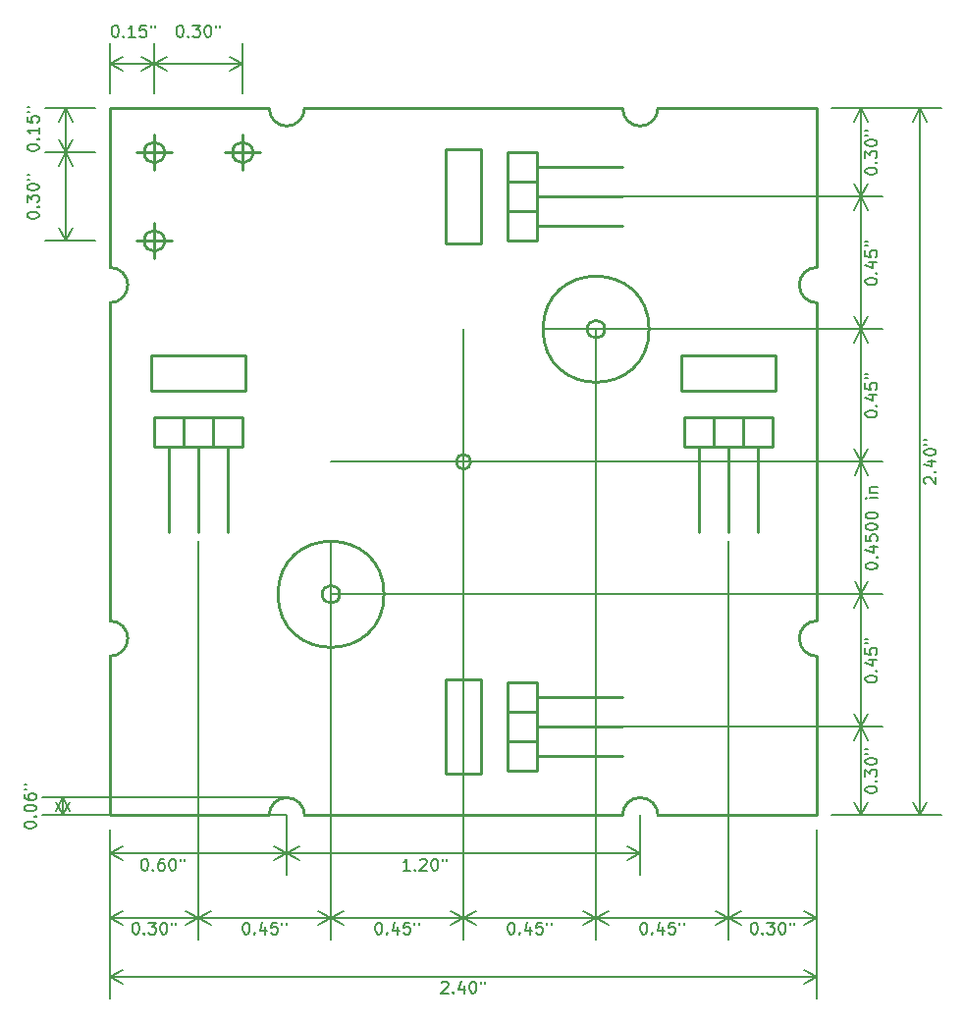
<source format=gbr>
G04 #@! TF.FileFunction,Drawing*
%FSLAX46Y46*%
G04 Gerber Fmt 4.6, Leading zero omitted, Abs format (unit mm)*
G04 Created by KiCad (PCBNEW 4.0.2-4+6225~38~ubuntu15.04.1-stable) date Wed Feb 24 14:52:56 2016*
%MOMM*%
G01*
G04 APERTURE LIST*
%ADD10C,0.254000*%
%ADD11C,0.203200*%
G04 APERTURE END LIST*
D10*
X31115000Y30480000D02*
G75*
G03X31115000Y30480000I-635000J0D01*
G01*
D11*
X25871714Y-4777619D02*
X25291143Y-4777619D01*
X25581429Y-4777619D02*
X25581429Y-3761619D01*
X25484667Y-3906762D01*
X25387905Y-4003524D01*
X25291143Y-4051905D01*
X26307143Y-4680857D02*
X26355524Y-4729238D01*
X26307143Y-4777619D01*
X26258762Y-4729238D01*
X26307143Y-4680857D01*
X26307143Y-4777619D01*
X26742572Y-3858381D02*
X26790953Y-3810000D01*
X26887715Y-3761619D01*
X27129619Y-3761619D01*
X27226381Y-3810000D01*
X27274762Y-3858381D01*
X27323143Y-3955143D01*
X27323143Y-4051905D01*
X27274762Y-4197048D01*
X26694191Y-4777619D01*
X27323143Y-4777619D01*
X27952096Y-3761619D02*
X28048857Y-3761619D01*
X28145619Y-3810000D01*
X28194000Y-3858381D01*
X28242381Y-3955143D01*
X28290762Y-4148667D01*
X28290762Y-4390571D01*
X28242381Y-4584095D01*
X28194000Y-4680857D01*
X28145619Y-4729238D01*
X28048857Y-4777619D01*
X27952096Y-4777619D01*
X27855334Y-4729238D01*
X27806953Y-4680857D01*
X27758572Y-4584095D01*
X27710191Y-4390571D01*
X27710191Y-4148667D01*
X27758572Y-3955143D01*
X27806953Y-3858381D01*
X27855334Y-3810000D01*
X27952096Y-3761619D01*
X28677810Y-3761619D02*
X28677810Y-3955143D01*
X29064857Y-3761619D02*
X29064857Y-3955143D01*
X15240000Y-3301999D02*
X45720000Y-3301999D01*
X15240000Y0D02*
X15240000Y-5130799D01*
X45720000Y0D02*
X45720000Y-5130799D01*
X45720000Y-3301999D02*
X44593496Y-3888420D01*
X45720000Y-3301999D02*
X44593496Y-2715578D01*
X15240000Y-3301999D02*
X16366504Y-3888420D01*
X15240000Y-3301999D02*
X16366504Y-2715578D01*
X2927048Y-3761619D02*
X3023809Y-3761619D01*
X3120571Y-3810000D01*
X3168952Y-3858381D01*
X3217333Y-3955143D01*
X3265714Y-4148667D01*
X3265714Y-4390571D01*
X3217333Y-4584095D01*
X3168952Y-4680857D01*
X3120571Y-4729238D01*
X3023809Y-4777619D01*
X2927048Y-4777619D01*
X2830286Y-4729238D01*
X2781905Y-4680857D01*
X2733524Y-4584095D01*
X2685143Y-4390571D01*
X2685143Y-4148667D01*
X2733524Y-3955143D01*
X2781905Y-3858381D01*
X2830286Y-3810000D01*
X2927048Y-3761619D01*
X3701143Y-4680857D02*
X3749524Y-4729238D01*
X3701143Y-4777619D01*
X3652762Y-4729238D01*
X3701143Y-4680857D01*
X3701143Y-4777619D01*
X4620381Y-3761619D02*
X4426858Y-3761619D01*
X4330096Y-3810000D01*
X4281715Y-3858381D01*
X4184953Y-4003524D01*
X4136572Y-4197048D01*
X4136572Y-4584095D01*
X4184953Y-4680857D01*
X4233334Y-4729238D01*
X4330096Y-4777619D01*
X4523619Y-4777619D01*
X4620381Y-4729238D01*
X4668762Y-4680857D01*
X4717143Y-4584095D01*
X4717143Y-4342190D01*
X4668762Y-4245429D01*
X4620381Y-4197048D01*
X4523619Y-4148667D01*
X4330096Y-4148667D01*
X4233334Y-4197048D01*
X4184953Y-4245429D01*
X4136572Y-4342190D01*
X5346096Y-3761619D02*
X5442857Y-3761619D01*
X5539619Y-3810000D01*
X5588000Y-3858381D01*
X5636381Y-3955143D01*
X5684762Y-4148667D01*
X5684762Y-4390571D01*
X5636381Y-4584095D01*
X5588000Y-4680857D01*
X5539619Y-4729238D01*
X5442857Y-4777619D01*
X5346096Y-4777619D01*
X5249334Y-4729238D01*
X5200953Y-4680857D01*
X5152572Y-4584095D01*
X5104191Y-4390571D01*
X5104191Y-4148667D01*
X5152572Y-3955143D01*
X5200953Y-3858381D01*
X5249334Y-3810000D01*
X5346096Y-3761619D01*
X6071810Y-3761619D02*
X6071810Y-3955143D01*
X6458857Y-3761619D02*
X6458857Y-3955143D01*
X0Y-3301999D02*
X15240000Y-3301999D01*
X0Y-1270000D02*
X0Y-5130799D01*
X15240000Y-1270000D02*
X15240000Y-5130799D01*
X15240000Y-3301999D02*
X14113496Y-3888420D01*
X15240000Y-3301999D02*
X14113496Y-2715578D01*
X0Y-3301999D02*
X1126504Y-3888420D01*
X0Y-3301999D02*
X1126504Y-2715578D01*
X-7414381Y-882952D02*
X-7414381Y-786191D01*
X-7366000Y-689429D01*
X-7317619Y-641048D01*
X-7220857Y-592667D01*
X-7027333Y-544286D01*
X-6785429Y-544286D01*
X-6591905Y-592667D01*
X-6495143Y-641048D01*
X-6446762Y-689429D01*
X-6398381Y-786191D01*
X-6398381Y-882952D01*
X-6446762Y-979714D01*
X-6495143Y-1028095D01*
X-6591905Y-1076476D01*
X-6785429Y-1124857D01*
X-7027333Y-1124857D01*
X-7220857Y-1076476D01*
X-7317619Y-1028095D01*
X-7366000Y-979714D01*
X-7414381Y-882952D01*
X-6495143Y-108857D02*
X-6446762Y-60476D01*
X-6398381Y-108857D01*
X-6446762Y-157238D01*
X-6495143Y-108857D01*
X-6398381Y-108857D01*
X-7414381Y568477D02*
X-7414381Y665238D01*
X-7366000Y762000D01*
X-7317619Y810381D01*
X-7220857Y858762D01*
X-7027333Y907143D01*
X-6785429Y907143D01*
X-6591905Y858762D01*
X-6495143Y810381D01*
X-6446762Y762000D01*
X-6398381Y665238D01*
X-6398381Y568477D01*
X-6446762Y471715D01*
X-6495143Y423334D01*
X-6591905Y374953D01*
X-6785429Y326572D01*
X-7027333Y326572D01*
X-7220857Y374953D01*
X-7317619Y423334D01*
X-7366000Y471715D01*
X-7414381Y568477D01*
X-7414381Y1778000D02*
X-7414381Y1584477D01*
X-7366000Y1487715D01*
X-7317619Y1439334D01*
X-7172476Y1342572D01*
X-6978952Y1294191D01*
X-6591905Y1294191D01*
X-6495143Y1342572D01*
X-6446762Y1390953D01*
X-6398381Y1487715D01*
X-6398381Y1681238D01*
X-6446762Y1778000D01*
X-6495143Y1826381D01*
X-6591905Y1874762D01*
X-6833810Y1874762D01*
X-6930571Y1826381D01*
X-6978952Y1778000D01*
X-7027333Y1681238D01*
X-7027333Y1487715D01*
X-6978952Y1390953D01*
X-6930571Y1342572D01*
X-6833810Y1294191D01*
X-7414381Y2261810D02*
X-7220857Y2261810D01*
X-7414381Y2648857D02*
X-7220857Y2648857D01*
X-4064000Y0D02*
X-4064000Y1524000D01*
X15240000Y0D02*
X-5892800Y0D01*
X15240000Y1524000D02*
X-5892800Y1524000D01*
X-4064000Y1524000D02*
X-3477579Y397496D01*
X-4064000Y1524000D02*
X-4650421Y397496D01*
X-4064000Y0D02*
X-3477579Y1126504D01*
X-4064000Y0D02*
X-4650421Y1126504D01*
D10*
X44196000Y0D02*
X16764000Y0D01*
X60960000Y0D02*
X47244000Y0D01*
X60960000Y13716000D02*
X60960000Y0D01*
X60960000Y44196000D02*
X60960000Y16764000D01*
X60960000Y60960000D02*
X60960000Y47244000D01*
X47244000Y60960000D02*
X60960000Y60960000D01*
X16764000Y60960000D02*
X44196000Y60960000D01*
X0Y60960000D02*
X13716000Y60960000D01*
X0Y47244000D02*
X0Y60960000D01*
X0Y16764000D02*
X0Y44196000D01*
X0Y0D02*
X0Y13716000D01*
X13716000Y0D02*
X0Y0D01*
X60960000Y16764000D02*
G75*
G03X59436000Y15240000I0J-1524000D01*
G01*
X59436000Y15240000D02*
G75*
G03X60960000Y13716000I1524000J0D01*
G01*
X60960000Y47244000D02*
G75*
G03X59436000Y45720000I0J-1524000D01*
G01*
X59436000Y45720000D02*
G75*
G03X60960000Y44196000I1524000J0D01*
G01*
X44196000Y60960000D02*
G75*
G03X45720000Y59436000I1524000J0D01*
G01*
X45720000Y59436000D02*
G75*
G03X47244000Y60960000I0J1524000D01*
G01*
X13716000Y60960000D02*
G75*
G03X15240000Y59436000I1524000J0D01*
G01*
X15240000Y59436000D02*
G75*
G03X16764000Y60960000I0J1524000D01*
G01*
X0Y44196000D02*
G75*
G03X1524000Y45720000I0J1524000D01*
G01*
X1524000Y45720000D02*
G75*
G03X0Y47244000I-1524000J0D01*
G01*
X0Y13716000D02*
G75*
G03X1524000Y15240000I0J1524000D01*
G01*
X1524000Y15240000D02*
G75*
G03X0Y16764000I-1524000J0D01*
G01*
X16764000Y0D02*
G75*
G03X15240000Y1524000I-1524000J0D01*
G01*
X15240000Y1524000D02*
G75*
G03X13716000Y0I0J-1524000D01*
G01*
X45720000Y1524000D02*
G75*
G03X44196000Y0I0J-1524000D01*
G01*
X47244000Y0D02*
G75*
G03X45720000Y1524000I-1524000J0D01*
G01*
D11*
X-7160381Y51695048D02*
X-7160381Y51791809D01*
X-7112000Y51888571D01*
X-7063619Y51936952D01*
X-6966857Y51985333D01*
X-6773333Y52033714D01*
X-6531429Y52033714D01*
X-6337905Y51985333D01*
X-6241143Y51936952D01*
X-6192762Y51888571D01*
X-6144381Y51791809D01*
X-6144381Y51695048D01*
X-6192762Y51598286D01*
X-6241143Y51549905D01*
X-6337905Y51501524D01*
X-6531429Y51453143D01*
X-6773333Y51453143D01*
X-6966857Y51501524D01*
X-7063619Y51549905D01*
X-7112000Y51598286D01*
X-7160381Y51695048D01*
X-6241143Y52469143D02*
X-6192762Y52517524D01*
X-6144381Y52469143D01*
X-6192762Y52420762D01*
X-6241143Y52469143D01*
X-6144381Y52469143D01*
X-7160381Y52856191D02*
X-7160381Y53485143D01*
X-6773333Y53146477D01*
X-6773333Y53291619D01*
X-6724952Y53388381D01*
X-6676571Y53436762D01*
X-6579810Y53485143D01*
X-6337905Y53485143D01*
X-6241143Y53436762D01*
X-6192762Y53388381D01*
X-6144381Y53291619D01*
X-6144381Y53001334D01*
X-6192762Y52904572D01*
X-6241143Y52856191D01*
X-7160381Y54114096D02*
X-7160381Y54210857D01*
X-7112000Y54307619D01*
X-7063619Y54356000D01*
X-6966857Y54404381D01*
X-6773333Y54452762D01*
X-6531429Y54452762D01*
X-6337905Y54404381D01*
X-6241143Y54356000D01*
X-6192762Y54307619D01*
X-6144381Y54210857D01*
X-6144381Y54114096D01*
X-6192762Y54017334D01*
X-6241143Y53968953D01*
X-6337905Y53920572D01*
X-6531429Y53872191D01*
X-6773333Y53872191D01*
X-6966857Y53920572D01*
X-7063619Y53968953D01*
X-7112000Y54017334D01*
X-7160381Y54114096D01*
X-7160381Y54839810D02*
X-6966857Y54839810D01*
X-7160381Y55226857D02*
X-6966857Y55226857D01*
X-3810000Y49530000D02*
X-3810000Y57150000D01*
X-1270000Y49530000D02*
X-5638800Y49530000D01*
X-1270000Y57150000D02*
X-5638800Y57150000D01*
X-3810000Y57150000D02*
X-3223579Y56023496D01*
X-3810000Y57150000D02*
X-4396421Y56023496D01*
X-3810000Y49530000D02*
X-3223579Y50656504D01*
X-3810000Y49530000D02*
X-4396421Y50656504D01*
X-7160381Y57537048D02*
X-7160381Y57633809D01*
X-7112000Y57730571D01*
X-7063619Y57778952D01*
X-6966857Y57827333D01*
X-6773333Y57875714D01*
X-6531429Y57875714D01*
X-6337905Y57827333D01*
X-6241143Y57778952D01*
X-6192762Y57730571D01*
X-6144381Y57633809D01*
X-6144381Y57537048D01*
X-6192762Y57440286D01*
X-6241143Y57391905D01*
X-6337905Y57343524D01*
X-6531429Y57295143D01*
X-6773333Y57295143D01*
X-6966857Y57343524D01*
X-7063619Y57391905D01*
X-7112000Y57440286D01*
X-7160381Y57537048D01*
X-6241143Y58311143D02*
X-6192762Y58359524D01*
X-6144381Y58311143D01*
X-6192762Y58262762D01*
X-6241143Y58311143D01*
X-6144381Y58311143D01*
X-6144381Y59327143D02*
X-6144381Y58746572D01*
X-6144381Y59036858D02*
X-7160381Y59036858D01*
X-7015238Y58940096D01*
X-6918476Y58843334D01*
X-6870095Y58746572D01*
X-7160381Y60246381D02*
X-7160381Y59762572D01*
X-6676571Y59714191D01*
X-6724952Y59762572D01*
X-6773333Y59859334D01*
X-6773333Y60101238D01*
X-6724952Y60198000D01*
X-6676571Y60246381D01*
X-6579810Y60294762D01*
X-6337905Y60294762D01*
X-6241143Y60246381D01*
X-6192762Y60198000D01*
X-6144381Y60101238D01*
X-6144381Y59859334D01*
X-6192762Y59762572D01*
X-6241143Y59714191D01*
X-7160381Y60681810D02*
X-6966857Y60681810D01*
X-7160381Y61068857D02*
X-6966857Y61068857D01*
X-3810000Y57150000D02*
X-3810000Y60960000D01*
X-1270000Y57150000D02*
X-5638800Y57150000D01*
X-1270000Y60960000D02*
X-5638800Y60960000D01*
X-3810000Y60960000D02*
X-3223579Y59833496D01*
X-3810000Y60960000D02*
X-4396421Y59833496D01*
X-3810000Y57150000D02*
X-3223579Y58276504D01*
X-3810000Y57150000D02*
X-4396421Y58276504D01*
X5975048Y68120381D02*
X6071809Y68120381D01*
X6168571Y68072000D01*
X6216952Y68023619D01*
X6265333Y67926857D01*
X6313714Y67733333D01*
X6313714Y67491429D01*
X6265333Y67297905D01*
X6216952Y67201143D01*
X6168571Y67152762D01*
X6071809Y67104381D01*
X5975048Y67104381D01*
X5878286Y67152762D01*
X5829905Y67201143D01*
X5781524Y67297905D01*
X5733143Y67491429D01*
X5733143Y67733333D01*
X5781524Y67926857D01*
X5829905Y68023619D01*
X5878286Y68072000D01*
X5975048Y68120381D01*
X6749143Y67201143D02*
X6797524Y67152762D01*
X6749143Y67104381D01*
X6700762Y67152762D01*
X6749143Y67201143D01*
X6749143Y67104381D01*
X7136191Y68120381D02*
X7765143Y68120381D01*
X7426477Y67733333D01*
X7571619Y67733333D01*
X7668381Y67684952D01*
X7716762Y67636571D01*
X7765143Y67539810D01*
X7765143Y67297905D01*
X7716762Y67201143D01*
X7668381Y67152762D01*
X7571619Y67104381D01*
X7281334Y67104381D01*
X7184572Y67152762D01*
X7136191Y67201143D01*
X8394096Y68120381D02*
X8490857Y68120381D01*
X8587619Y68072000D01*
X8636000Y68023619D01*
X8684381Y67926857D01*
X8732762Y67733333D01*
X8732762Y67491429D01*
X8684381Y67297905D01*
X8636000Y67201143D01*
X8587619Y67152762D01*
X8490857Y67104381D01*
X8394096Y67104381D01*
X8297334Y67152762D01*
X8248953Y67201143D01*
X8200572Y67297905D01*
X8152191Y67491429D01*
X8152191Y67733333D01*
X8200572Y67926857D01*
X8248953Y68023619D01*
X8297334Y68072000D01*
X8394096Y68120381D01*
X9119810Y68120381D02*
X9119810Y67926857D01*
X9506857Y68120381D02*
X9506857Y67926857D01*
X3810000Y64770000D02*
X11430000Y64770000D01*
X3810000Y62230000D02*
X3810000Y66598800D01*
X11430000Y62230000D02*
X11430000Y66598800D01*
X11430000Y64770000D02*
X10303496Y64183579D01*
X11430000Y64770000D02*
X10303496Y65356421D01*
X3810000Y64770000D02*
X4936504Y64183579D01*
X3810000Y64770000D02*
X4936504Y65356421D01*
X387048Y68120381D02*
X483809Y68120381D01*
X580571Y68072000D01*
X628952Y68023619D01*
X677333Y67926857D01*
X725714Y67733333D01*
X725714Y67491429D01*
X677333Y67297905D01*
X628952Y67201143D01*
X580571Y67152762D01*
X483809Y67104381D01*
X387048Y67104381D01*
X290286Y67152762D01*
X241905Y67201143D01*
X193524Y67297905D01*
X145143Y67491429D01*
X145143Y67733333D01*
X193524Y67926857D01*
X241905Y68023619D01*
X290286Y68072000D01*
X387048Y68120381D01*
X1161143Y67201143D02*
X1209524Y67152762D01*
X1161143Y67104381D01*
X1112762Y67152762D01*
X1161143Y67201143D01*
X1161143Y67104381D01*
X2177143Y67104381D02*
X1596572Y67104381D01*
X1886858Y67104381D02*
X1886858Y68120381D01*
X1790096Y67975238D01*
X1693334Y67878476D01*
X1596572Y67830095D01*
X3096381Y68120381D02*
X2612572Y68120381D01*
X2564191Y67636571D01*
X2612572Y67684952D01*
X2709334Y67733333D01*
X2951238Y67733333D01*
X3048000Y67684952D01*
X3096381Y67636571D01*
X3144762Y67539810D01*
X3144762Y67297905D01*
X3096381Y67201143D01*
X3048000Y67152762D01*
X2951238Y67104381D01*
X2709334Y67104381D01*
X2612572Y67152762D01*
X2564191Y67201143D01*
X3531810Y68120381D02*
X3531810Y67926857D01*
X3918857Y68120381D02*
X3918857Y67926857D01*
X0Y64770000D02*
X3810000Y64770000D01*
X0Y62230000D02*
X0Y66598800D01*
X3810000Y62230000D02*
X3810000Y66598800D01*
X3810000Y64770000D02*
X2683496Y64183579D01*
X3810000Y64770000D02*
X2683496Y65356421D01*
X0Y64770000D02*
X1126504Y64183579D01*
X0Y64770000D02*
X1126504Y65356421D01*
X65128019Y2165048D02*
X65128019Y2261809D01*
X65176400Y2358571D01*
X65224781Y2406952D01*
X65321543Y2455333D01*
X65515067Y2503714D01*
X65756971Y2503714D01*
X65950495Y2455333D01*
X66047257Y2406952D01*
X66095638Y2358571D01*
X66144019Y2261809D01*
X66144019Y2165048D01*
X66095638Y2068286D01*
X66047257Y2019905D01*
X65950495Y1971524D01*
X65756971Y1923143D01*
X65515067Y1923143D01*
X65321543Y1971524D01*
X65224781Y2019905D01*
X65176400Y2068286D01*
X65128019Y2165048D01*
X66047257Y2939143D02*
X66095638Y2987524D01*
X66144019Y2939143D01*
X66095638Y2890762D01*
X66047257Y2939143D01*
X66144019Y2939143D01*
X65128019Y3326191D02*
X65128019Y3955143D01*
X65515067Y3616477D01*
X65515067Y3761619D01*
X65563448Y3858381D01*
X65611829Y3906762D01*
X65708590Y3955143D01*
X65950495Y3955143D01*
X66047257Y3906762D01*
X66095638Y3858381D01*
X66144019Y3761619D01*
X66144019Y3471334D01*
X66095638Y3374572D01*
X66047257Y3326191D01*
X65128019Y4584096D02*
X65128019Y4680857D01*
X65176400Y4777619D01*
X65224781Y4826000D01*
X65321543Y4874381D01*
X65515067Y4922762D01*
X65756971Y4922762D01*
X65950495Y4874381D01*
X66047257Y4826000D01*
X66095638Y4777619D01*
X66144019Y4680857D01*
X66144019Y4584096D01*
X66095638Y4487334D01*
X66047257Y4438953D01*
X65950495Y4390572D01*
X65756971Y4342191D01*
X65515067Y4342191D01*
X65321543Y4390572D01*
X65224781Y4438953D01*
X65176400Y4487334D01*
X65128019Y4584096D01*
X65128019Y5309810D02*
X65321543Y5309810D01*
X65128019Y5696857D02*
X65321543Y5696857D01*
X64770000Y0D02*
X64770000Y7620000D01*
X62230000Y0D02*
X66598800Y0D01*
X62230000Y7620000D02*
X66598800Y7620000D01*
X64770000Y7620000D02*
X65356421Y6493496D01*
X64770000Y7620000D02*
X64183579Y6493496D01*
X64770000Y0D02*
X65356421Y1126504D01*
X64770000Y0D02*
X64183579Y1126504D01*
X65128019Y55505048D02*
X65128019Y55601809D01*
X65176400Y55698571D01*
X65224781Y55746952D01*
X65321543Y55795333D01*
X65515067Y55843714D01*
X65756971Y55843714D01*
X65950495Y55795333D01*
X66047257Y55746952D01*
X66095638Y55698571D01*
X66144019Y55601809D01*
X66144019Y55505048D01*
X66095638Y55408286D01*
X66047257Y55359905D01*
X65950495Y55311524D01*
X65756971Y55263143D01*
X65515067Y55263143D01*
X65321543Y55311524D01*
X65224781Y55359905D01*
X65176400Y55408286D01*
X65128019Y55505048D01*
X66047257Y56279143D02*
X66095638Y56327524D01*
X66144019Y56279143D01*
X66095638Y56230762D01*
X66047257Y56279143D01*
X66144019Y56279143D01*
X65128019Y56666191D02*
X65128019Y57295143D01*
X65515067Y56956477D01*
X65515067Y57101619D01*
X65563448Y57198381D01*
X65611829Y57246762D01*
X65708590Y57295143D01*
X65950495Y57295143D01*
X66047257Y57246762D01*
X66095638Y57198381D01*
X66144019Y57101619D01*
X66144019Y56811334D01*
X66095638Y56714572D01*
X66047257Y56666191D01*
X65128019Y57924096D02*
X65128019Y58020857D01*
X65176400Y58117619D01*
X65224781Y58166000D01*
X65321543Y58214381D01*
X65515067Y58262762D01*
X65756971Y58262762D01*
X65950495Y58214381D01*
X66047257Y58166000D01*
X66095638Y58117619D01*
X66144019Y58020857D01*
X66144019Y57924096D01*
X66095638Y57827334D01*
X66047257Y57778953D01*
X65950495Y57730572D01*
X65756971Y57682191D01*
X65515067Y57682191D01*
X65321543Y57730572D01*
X65224781Y57778953D01*
X65176400Y57827334D01*
X65128019Y57924096D01*
X65128019Y58649810D02*
X65321543Y58649810D01*
X65128019Y59036857D02*
X65321543Y59036857D01*
X64770000Y53340000D02*
X64770000Y60960000D01*
X62230000Y53340000D02*
X66598800Y53340000D01*
X62230000Y60960000D02*
X66598800Y60960000D01*
X64770000Y60960000D02*
X65356421Y59833496D01*
X64770000Y60960000D02*
X64183579Y59833496D01*
X64770000Y53340000D02*
X65356421Y54466504D01*
X64770000Y53340000D02*
X64183579Y54466504D01*
X65128019Y45980048D02*
X65128019Y46076809D01*
X65176400Y46173571D01*
X65224781Y46221952D01*
X65321543Y46270333D01*
X65515067Y46318714D01*
X65756971Y46318714D01*
X65950495Y46270333D01*
X66047257Y46221952D01*
X66095638Y46173571D01*
X66144019Y46076809D01*
X66144019Y45980048D01*
X66095638Y45883286D01*
X66047257Y45834905D01*
X65950495Y45786524D01*
X65756971Y45738143D01*
X65515067Y45738143D01*
X65321543Y45786524D01*
X65224781Y45834905D01*
X65176400Y45883286D01*
X65128019Y45980048D01*
X66047257Y46754143D02*
X66095638Y46802524D01*
X66144019Y46754143D01*
X66095638Y46705762D01*
X66047257Y46754143D01*
X66144019Y46754143D01*
X65466686Y47673381D02*
X66144019Y47673381D01*
X65079638Y47431477D02*
X65805352Y47189572D01*
X65805352Y47818524D01*
X65128019Y48689381D02*
X65128019Y48205572D01*
X65611829Y48157191D01*
X65563448Y48205572D01*
X65515067Y48302334D01*
X65515067Y48544238D01*
X65563448Y48641000D01*
X65611829Y48689381D01*
X65708590Y48737762D01*
X65950495Y48737762D01*
X66047257Y48689381D01*
X66095638Y48641000D01*
X66144019Y48544238D01*
X66144019Y48302334D01*
X66095638Y48205572D01*
X66047257Y48157191D01*
X65128019Y49124810D02*
X65321543Y49124810D01*
X65128019Y49511857D02*
X65321543Y49511857D01*
X64770000Y41910000D02*
X64770000Y53340000D01*
X37338000Y41910000D02*
X66598800Y41910000D01*
X37338000Y53340000D02*
X66598800Y53340000D01*
X64770000Y53340000D02*
X65356421Y52213496D01*
X64770000Y53340000D02*
X64183579Y52213496D01*
X64770000Y41910000D02*
X65356421Y43036504D01*
X64770000Y41910000D02*
X64183579Y43036504D01*
X65128019Y11690048D02*
X65128019Y11786809D01*
X65176400Y11883571D01*
X65224781Y11931952D01*
X65321543Y11980333D01*
X65515067Y12028714D01*
X65756971Y12028714D01*
X65950495Y11980333D01*
X66047257Y11931952D01*
X66095638Y11883571D01*
X66144019Y11786809D01*
X66144019Y11690048D01*
X66095638Y11593286D01*
X66047257Y11544905D01*
X65950495Y11496524D01*
X65756971Y11448143D01*
X65515067Y11448143D01*
X65321543Y11496524D01*
X65224781Y11544905D01*
X65176400Y11593286D01*
X65128019Y11690048D01*
X66047257Y12464143D02*
X66095638Y12512524D01*
X66144019Y12464143D01*
X66095638Y12415762D01*
X66047257Y12464143D01*
X66144019Y12464143D01*
X65466686Y13383381D02*
X66144019Y13383381D01*
X65079638Y13141477D02*
X65805352Y12899572D01*
X65805352Y13528524D01*
X65128019Y14399381D02*
X65128019Y13915572D01*
X65611829Y13867191D01*
X65563448Y13915572D01*
X65515067Y14012334D01*
X65515067Y14254238D01*
X65563448Y14351000D01*
X65611829Y14399381D01*
X65708590Y14447762D01*
X65950495Y14447762D01*
X66047257Y14399381D01*
X66095638Y14351000D01*
X66144019Y14254238D01*
X66144019Y14012334D01*
X66095638Y13915572D01*
X66047257Y13867191D01*
X65128019Y14834810D02*
X65321543Y14834810D01*
X65128019Y15221857D02*
X65321543Y15221857D01*
X64770000Y7620000D02*
X64770000Y19050000D01*
X37338000Y7620000D02*
X66598800Y7620000D01*
X37338000Y19050000D02*
X66598800Y19050000D01*
X64770000Y19050000D02*
X65356421Y17923496D01*
X64770000Y19050000D02*
X64183579Y17923496D01*
X64770000Y7620000D02*
X65356421Y8746504D01*
X64770000Y7620000D02*
X64183579Y8746504D01*
X65128019Y34550048D02*
X65128019Y34646809D01*
X65176400Y34743571D01*
X65224781Y34791952D01*
X65321543Y34840333D01*
X65515067Y34888714D01*
X65756971Y34888714D01*
X65950495Y34840333D01*
X66047257Y34791952D01*
X66095638Y34743571D01*
X66144019Y34646809D01*
X66144019Y34550048D01*
X66095638Y34453286D01*
X66047257Y34404905D01*
X65950495Y34356524D01*
X65756971Y34308143D01*
X65515067Y34308143D01*
X65321543Y34356524D01*
X65224781Y34404905D01*
X65176400Y34453286D01*
X65128019Y34550048D01*
X66047257Y35324143D02*
X66095638Y35372524D01*
X66144019Y35324143D01*
X66095638Y35275762D01*
X66047257Y35324143D01*
X66144019Y35324143D01*
X65466686Y36243381D02*
X66144019Y36243381D01*
X65079638Y36001477D02*
X65805352Y35759572D01*
X65805352Y36388524D01*
X65128019Y37259381D02*
X65128019Y36775572D01*
X65611829Y36727191D01*
X65563448Y36775572D01*
X65515067Y36872334D01*
X65515067Y37114238D01*
X65563448Y37211000D01*
X65611829Y37259381D01*
X65708590Y37307762D01*
X65950495Y37307762D01*
X66047257Y37259381D01*
X66095638Y37211000D01*
X66144019Y37114238D01*
X66144019Y36872334D01*
X66095638Y36775572D01*
X66047257Y36727191D01*
X65128019Y37694810D02*
X65321543Y37694810D01*
X65128019Y38081857D02*
X65321543Y38081857D01*
X64770000Y30480000D02*
X64770000Y41910000D01*
X41910000Y30480000D02*
X66598800Y30480000D01*
X41910000Y41910000D02*
X66598800Y41910000D01*
X64770000Y41910000D02*
X65356421Y40783496D01*
X64770000Y41910000D02*
X64183579Y40783496D01*
X64770000Y30480000D02*
X65356421Y31606504D01*
X64770000Y30480000D02*
X64183579Y31606504D01*
X65151995Y21450905D02*
X65151995Y21547666D01*
X65200376Y21644428D01*
X65248757Y21692809D01*
X65345519Y21741190D01*
X65539043Y21789571D01*
X65780947Y21789571D01*
X65974471Y21741190D01*
X66071233Y21692809D01*
X66119614Y21644428D01*
X66167995Y21547666D01*
X66167995Y21450905D01*
X66119614Y21354143D01*
X66071233Y21305762D01*
X65974471Y21257381D01*
X65780947Y21209000D01*
X65539043Y21209000D01*
X65345519Y21257381D01*
X65248757Y21305762D01*
X65200376Y21354143D01*
X65151995Y21450905D01*
X66071233Y22225000D02*
X66119614Y22273381D01*
X66167995Y22225000D01*
X66119614Y22176619D01*
X66071233Y22225000D01*
X66167995Y22225000D01*
X65490662Y23144238D02*
X66167995Y23144238D01*
X65103614Y22902334D02*
X65829328Y22660429D01*
X65829328Y23289381D01*
X65151995Y24160238D02*
X65151995Y23676429D01*
X65635805Y23628048D01*
X65587424Y23676429D01*
X65539043Y23773191D01*
X65539043Y24015095D01*
X65587424Y24111857D01*
X65635805Y24160238D01*
X65732566Y24208619D01*
X65974471Y24208619D01*
X66071233Y24160238D01*
X66119614Y24111857D01*
X66167995Y24015095D01*
X66167995Y23773191D01*
X66119614Y23676429D01*
X66071233Y23628048D01*
X65151995Y24837572D02*
X65151995Y24934333D01*
X65200376Y25031095D01*
X65248757Y25079476D01*
X65345519Y25127857D01*
X65539043Y25176238D01*
X65780947Y25176238D01*
X65974471Y25127857D01*
X66071233Y25079476D01*
X66119614Y25031095D01*
X66167995Y24934333D01*
X66167995Y24837572D01*
X66119614Y24740810D01*
X66071233Y24692429D01*
X65974471Y24644048D01*
X65780947Y24595667D01*
X65539043Y24595667D01*
X65345519Y24644048D01*
X65248757Y24692429D01*
X65200376Y24740810D01*
X65151995Y24837572D01*
X65151995Y25805191D02*
X65151995Y25901952D01*
X65200376Y25998714D01*
X65248757Y26047095D01*
X65345519Y26095476D01*
X65539043Y26143857D01*
X65780947Y26143857D01*
X65974471Y26095476D01*
X66071233Y26047095D01*
X66119614Y25998714D01*
X66167995Y25901952D01*
X66167995Y25805191D01*
X66119614Y25708429D01*
X66071233Y25660048D01*
X65974471Y25611667D01*
X65780947Y25563286D01*
X65539043Y25563286D01*
X65345519Y25611667D01*
X65248757Y25660048D01*
X65200376Y25708429D01*
X65151995Y25805191D01*
X66167995Y27353381D02*
X65490662Y27353381D01*
X65151995Y27353381D02*
X65200376Y27305000D01*
X65248757Y27353381D01*
X65200376Y27401762D01*
X65151995Y27353381D01*
X65248757Y27353381D01*
X65490662Y27837191D02*
X66167995Y27837191D01*
X65587424Y27837191D02*
X65539043Y27885572D01*
X65490662Y27982334D01*
X65490662Y28127476D01*
X65539043Y28224238D01*
X65635805Y28272619D01*
X66167995Y28272619D01*
X64793976Y19050000D02*
X64793976Y30480000D01*
X19073976Y19050000D02*
X66622776Y19050000D01*
X19073976Y30480000D02*
X66622776Y30480000D01*
X64793976Y30480000D02*
X65380397Y29353496D01*
X64793976Y30480000D02*
X64207555Y29353496D01*
X64793976Y19050000D02*
X65380397Y20176504D01*
X64793976Y19050000D02*
X64207555Y20176504D01*
X70304781Y28593143D02*
X70256400Y28641524D01*
X70208019Y28738286D01*
X70208019Y28980190D01*
X70256400Y29076952D01*
X70304781Y29125333D01*
X70401543Y29173714D01*
X70498305Y29173714D01*
X70643448Y29125333D01*
X71224019Y28544762D01*
X71224019Y29173714D01*
X71127257Y29609143D02*
X71175638Y29657524D01*
X71224019Y29609143D01*
X71175638Y29560762D01*
X71127257Y29609143D01*
X71224019Y29609143D01*
X70546686Y30528381D02*
X71224019Y30528381D01*
X70159638Y30286477D02*
X70885352Y30044572D01*
X70885352Y30673524D01*
X70208019Y31254096D02*
X70208019Y31350857D01*
X70256400Y31447619D01*
X70304781Y31496000D01*
X70401543Y31544381D01*
X70595067Y31592762D01*
X70836971Y31592762D01*
X71030495Y31544381D01*
X71127257Y31496000D01*
X71175638Y31447619D01*
X71224019Y31350857D01*
X71224019Y31254096D01*
X71175638Y31157334D01*
X71127257Y31108953D01*
X71030495Y31060572D01*
X70836971Y31012191D01*
X70595067Y31012191D01*
X70401543Y31060572D01*
X70304781Y31108953D01*
X70256400Y31157334D01*
X70208019Y31254096D01*
X70208019Y31979810D02*
X70401543Y31979810D01*
X70208019Y32366857D02*
X70401543Y32366857D01*
X69850000Y0D02*
X69850000Y60960000D01*
X62230000Y0D02*
X71678800Y0D01*
X62230000Y60960000D02*
X71678800Y60960000D01*
X69850000Y60960000D02*
X70436421Y59833496D01*
X69850000Y60960000D02*
X69263579Y59833496D01*
X69850000Y0D02*
X70436421Y1126504D01*
X69850000Y0D02*
X69263579Y1126504D01*
X55505048Y-9248019D02*
X55601809Y-9248019D01*
X55698571Y-9296400D01*
X55746952Y-9344781D01*
X55795333Y-9441543D01*
X55843714Y-9635067D01*
X55843714Y-9876971D01*
X55795333Y-10070495D01*
X55746952Y-10167257D01*
X55698571Y-10215638D01*
X55601809Y-10264019D01*
X55505048Y-10264019D01*
X55408286Y-10215638D01*
X55359905Y-10167257D01*
X55311524Y-10070495D01*
X55263143Y-9876971D01*
X55263143Y-9635067D01*
X55311524Y-9441543D01*
X55359905Y-9344781D01*
X55408286Y-9296400D01*
X55505048Y-9248019D01*
X56279143Y-10167257D02*
X56327524Y-10215638D01*
X56279143Y-10264019D01*
X56230762Y-10215638D01*
X56279143Y-10167257D01*
X56279143Y-10264019D01*
X56666191Y-9248019D02*
X57295143Y-9248019D01*
X56956477Y-9635067D01*
X57101619Y-9635067D01*
X57198381Y-9683448D01*
X57246762Y-9731829D01*
X57295143Y-9828590D01*
X57295143Y-10070495D01*
X57246762Y-10167257D01*
X57198381Y-10215638D01*
X57101619Y-10264019D01*
X56811334Y-10264019D01*
X56714572Y-10215638D01*
X56666191Y-10167257D01*
X57924096Y-9248019D02*
X58020857Y-9248019D01*
X58117619Y-9296400D01*
X58166000Y-9344781D01*
X58214381Y-9441543D01*
X58262762Y-9635067D01*
X58262762Y-9876971D01*
X58214381Y-10070495D01*
X58166000Y-10167257D01*
X58117619Y-10215638D01*
X58020857Y-10264019D01*
X57924096Y-10264019D01*
X57827334Y-10215638D01*
X57778953Y-10167257D01*
X57730572Y-10070495D01*
X57682191Y-9876971D01*
X57682191Y-9635067D01*
X57730572Y-9441543D01*
X57778953Y-9344781D01*
X57827334Y-9296400D01*
X57924096Y-9248019D01*
X58649810Y-9248019D02*
X58649810Y-9441543D01*
X59036857Y-9248019D02*
X59036857Y-9441543D01*
X60960000Y-8890000D02*
X53340000Y-8890000D01*
X60960000Y-1270000D02*
X60960000Y-10718800D01*
X53340000Y-1270000D02*
X53340000Y-10718800D01*
X53340000Y-8890000D02*
X54466504Y-8303579D01*
X53340000Y-8890000D02*
X54466504Y-9476421D01*
X60960000Y-8890000D02*
X59833496Y-8303579D01*
X60960000Y-8890000D02*
X59833496Y-9476421D01*
X2165048Y-9248019D02*
X2261809Y-9248019D01*
X2358571Y-9296400D01*
X2406952Y-9344781D01*
X2455333Y-9441543D01*
X2503714Y-9635067D01*
X2503714Y-9876971D01*
X2455333Y-10070495D01*
X2406952Y-10167257D01*
X2358571Y-10215638D01*
X2261809Y-10264019D01*
X2165048Y-10264019D01*
X2068286Y-10215638D01*
X2019905Y-10167257D01*
X1971524Y-10070495D01*
X1923143Y-9876971D01*
X1923143Y-9635067D01*
X1971524Y-9441543D01*
X2019905Y-9344781D01*
X2068286Y-9296400D01*
X2165048Y-9248019D01*
X2939143Y-10167257D02*
X2987524Y-10215638D01*
X2939143Y-10264019D01*
X2890762Y-10215638D01*
X2939143Y-10167257D01*
X2939143Y-10264019D01*
X3326191Y-9248019D02*
X3955143Y-9248019D01*
X3616477Y-9635067D01*
X3761619Y-9635067D01*
X3858381Y-9683448D01*
X3906762Y-9731829D01*
X3955143Y-9828590D01*
X3955143Y-10070495D01*
X3906762Y-10167257D01*
X3858381Y-10215638D01*
X3761619Y-10264019D01*
X3471334Y-10264019D01*
X3374572Y-10215638D01*
X3326191Y-10167257D01*
X4584096Y-9248019D02*
X4680857Y-9248019D01*
X4777619Y-9296400D01*
X4826000Y-9344781D01*
X4874381Y-9441543D01*
X4922762Y-9635067D01*
X4922762Y-9876971D01*
X4874381Y-10070495D01*
X4826000Y-10167257D01*
X4777619Y-10215638D01*
X4680857Y-10264019D01*
X4584096Y-10264019D01*
X4487334Y-10215638D01*
X4438953Y-10167257D01*
X4390572Y-10070495D01*
X4342191Y-9876971D01*
X4342191Y-9635067D01*
X4390572Y-9441543D01*
X4438953Y-9344781D01*
X4487334Y-9296400D01*
X4584096Y-9248019D01*
X5309810Y-9248019D02*
X5309810Y-9441543D01*
X5696857Y-9248019D02*
X5696857Y-9441543D01*
X0Y-8890000D02*
X7620000Y-8890000D01*
X0Y-1270000D02*
X0Y-10718800D01*
X7620000Y-1270000D02*
X7620000Y-10718800D01*
X7620000Y-8890000D02*
X6493496Y-9476421D01*
X7620000Y-8890000D02*
X6493496Y-8303579D01*
X0Y-8890000D02*
X1126504Y-9476421D01*
X0Y-8890000D02*
X1126504Y-8303579D01*
X45980048Y-9248019D02*
X46076809Y-9248019D01*
X46173571Y-9296400D01*
X46221952Y-9344781D01*
X46270333Y-9441543D01*
X46318714Y-9635067D01*
X46318714Y-9876971D01*
X46270333Y-10070495D01*
X46221952Y-10167257D01*
X46173571Y-10215638D01*
X46076809Y-10264019D01*
X45980048Y-10264019D01*
X45883286Y-10215638D01*
X45834905Y-10167257D01*
X45786524Y-10070495D01*
X45738143Y-9876971D01*
X45738143Y-9635067D01*
X45786524Y-9441543D01*
X45834905Y-9344781D01*
X45883286Y-9296400D01*
X45980048Y-9248019D01*
X46754143Y-10167257D02*
X46802524Y-10215638D01*
X46754143Y-10264019D01*
X46705762Y-10215638D01*
X46754143Y-10167257D01*
X46754143Y-10264019D01*
X47673381Y-9586686D02*
X47673381Y-10264019D01*
X47431477Y-9199638D02*
X47189572Y-9925352D01*
X47818524Y-9925352D01*
X48689381Y-9248019D02*
X48205572Y-9248019D01*
X48157191Y-9731829D01*
X48205572Y-9683448D01*
X48302334Y-9635067D01*
X48544238Y-9635067D01*
X48641000Y-9683448D01*
X48689381Y-9731829D01*
X48737762Y-9828590D01*
X48737762Y-10070495D01*
X48689381Y-10167257D01*
X48641000Y-10215638D01*
X48544238Y-10264019D01*
X48302334Y-10264019D01*
X48205572Y-10215638D01*
X48157191Y-10167257D01*
X49124810Y-9248019D02*
X49124810Y-9441543D01*
X49511857Y-9248019D02*
X49511857Y-9441543D01*
X53340000Y-8890000D02*
X41910000Y-8890000D01*
X53340000Y23622000D02*
X53340000Y-10718800D01*
X41910000Y23622000D02*
X41910000Y-10718800D01*
X41910000Y-8890000D02*
X43036504Y-8303579D01*
X41910000Y-8890000D02*
X43036504Y-9476421D01*
X53340000Y-8890000D02*
X52213496Y-8303579D01*
X53340000Y-8890000D02*
X52213496Y-9476421D01*
X11690048Y-9248019D02*
X11786809Y-9248019D01*
X11883571Y-9296400D01*
X11931952Y-9344781D01*
X11980333Y-9441543D01*
X12028714Y-9635067D01*
X12028714Y-9876971D01*
X11980333Y-10070495D01*
X11931952Y-10167257D01*
X11883571Y-10215638D01*
X11786809Y-10264019D01*
X11690048Y-10264019D01*
X11593286Y-10215638D01*
X11544905Y-10167257D01*
X11496524Y-10070495D01*
X11448143Y-9876971D01*
X11448143Y-9635067D01*
X11496524Y-9441543D01*
X11544905Y-9344781D01*
X11593286Y-9296400D01*
X11690048Y-9248019D01*
X12464143Y-10167257D02*
X12512524Y-10215638D01*
X12464143Y-10264019D01*
X12415762Y-10215638D01*
X12464143Y-10167257D01*
X12464143Y-10264019D01*
X13383381Y-9586686D02*
X13383381Y-10264019D01*
X13141477Y-9199638D02*
X12899572Y-9925352D01*
X13528524Y-9925352D01*
X14399381Y-9248019D02*
X13915572Y-9248019D01*
X13867191Y-9731829D01*
X13915572Y-9683448D01*
X14012334Y-9635067D01*
X14254238Y-9635067D01*
X14351000Y-9683448D01*
X14399381Y-9731829D01*
X14447762Y-9828590D01*
X14447762Y-10070495D01*
X14399381Y-10167257D01*
X14351000Y-10215638D01*
X14254238Y-10264019D01*
X14012334Y-10264019D01*
X13915572Y-10215638D01*
X13867191Y-10167257D01*
X14834810Y-9248019D02*
X14834810Y-9441543D01*
X15221857Y-9248019D02*
X15221857Y-9441543D01*
X7620000Y-8890000D02*
X19050000Y-8890000D01*
X7620000Y23622000D02*
X7620000Y-10718800D01*
X19050000Y23622000D02*
X19050000Y-10718800D01*
X19050000Y-8890000D02*
X17923496Y-9476421D01*
X19050000Y-8890000D02*
X17923496Y-8303579D01*
X7620000Y-8890000D02*
X8746504Y-9476421D01*
X7620000Y-8890000D02*
X8746504Y-8303579D01*
X34550048Y-9248019D02*
X34646809Y-9248019D01*
X34743571Y-9296400D01*
X34791952Y-9344781D01*
X34840333Y-9441543D01*
X34888714Y-9635067D01*
X34888714Y-9876971D01*
X34840333Y-10070495D01*
X34791952Y-10167257D01*
X34743571Y-10215638D01*
X34646809Y-10264019D01*
X34550048Y-10264019D01*
X34453286Y-10215638D01*
X34404905Y-10167257D01*
X34356524Y-10070495D01*
X34308143Y-9876971D01*
X34308143Y-9635067D01*
X34356524Y-9441543D01*
X34404905Y-9344781D01*
X34453286Y-9296400D01*
X34550048Y-9248019D01*
X35324143Y-10167257D02*
X35372524Y-10215638D01*
X35324143Y-10264019D01*
X35275762Y-10215638D01*
X35324143Y-10167257D01*
X35324143Y-10264019D01*
X36243381Y-9586686D02*
X36243381Y-10264019D01*
X36001477Y-9199638D02*
X35759572Y-9925352D01*
X36388524Y-9925352D01*
X37259381Y-9248019D02*
X36775572Y-9248019D01*
X36727191Y-9731829D01*
X36775572Y-9683448D01*
X36872334Y-9635067D01*
X37114238Y-9635067D01*
X37211000Y-9683448D01*
X37259381Y-9731829D01*
X37307762Y-9828590D01*
X37307762Y-10070495D01*
X37259381Y-10167257D01*
X37211000Y-10215638D01*
X37114238Y-10264019D01*
X36872334Y-10264019D01*
X36775572Y-10215638D01*
X36727191Y-10167257D01*
X37694810Y-9248019D02*
X37694810Y-9441543D01*
X38081857Y-9248019D02*
X38081857Y-9441543D01*
X41910000Y-8890000D02*
X30480000Y-8890000D01*
X41910000Y41910000D02*
X41910000Y-10718800D01*
X30480000Y41910000D02*
X30480000Y-10718800D01*
X30480000Y-8890000D02*
X31606504Y-8303579D01*
X30480000Y-8890000D02*
X31606504Y-9476421D01*
X41910000Y-8890000D02*
X40783496Y-8303579D01*
X41910000Y-8890000D02*
X40783496Y-9476421D01*
X23120048Y-9248019D02*
X23216809Y-9248019D01*
X23313571Y-9296400D01*
X23361952Y-9344781D01*
X23410333Y-9441543D01*
X23458714Y-9635067D01*
X23458714Y-9876971D01*
X23410333Y-10070495D01*
X23361952Y-10167257D01*
X23313571Y-10215638D01*
X23216809Y-10264019D01*
X23120048Y-10264019D01*
X23023286Y-10215638D01*
X22974905Y-10167257D01*
X22926524Y-10070495D01*
X22878143Y-9876971D01*
X22878143Y-9635067D01*
X22926524Y-9441543D01*
X22974905Y-9344781D01*
X23023286Y-9296400D01*
X23120048Y-9248019D01*
X23894143Y-10167257D02*
X23942524Y-10215638D01*
X23894143Y-10264019D01*
X23845762Y-10215638D01*
X23894143Y-10167257D01*
X23894143Y-10264019D01*
X24813381Y-9586686D02*
X24813381Y-10264019D01*
X24571477Y-9199638D02*
X24329572Y-9925352D01*
X24958524Y-9925352D01*
X25829381Y-9248019D02*
X25345572Y-9248019D01*
X25297191Y-9731829D01*
X25345572Y-9683448D01*
X25442334Y-9635067D01*
X25684238Y-9635067D01*
X25781000Y-9683448D01*
X25829381Y-9731829D01*
X25877762Y-9828590D01*
X25877762Y-10070495D01*
X25829381Y-10167257D01*
X25781000Y-10215638D01*
X25684238Y-10264019D01*
X25442334Y-10264019D01*
X25345572Y-10215638D01*
X25297191Y-10167257D01*
X26264810Y-9248019D02*
X26264810Y-9441543D01*
X26651857Y-9248019D02*
X26651857Y-9441543D01*
X19050000Y-8890000D02*
X30480000Y-8890000D01*
X19050000Y19050000D02*
X19050000Y-10718800D01*
X30480000Y19050000D02*
X30480000Y-10718800D01*
X30480000Y-8890000D02*
X29353496Y-9476421D01*
X30480000Y-8890000D02*
X29353496Y-8303579D01*
X19050000Y-8890000D02*
X20176504Y-9476421D01*
X19050000Y-8890000D02*
X20176504Y-8303579D01*
X28593143Y-14424781D02*
X28641524Y-14376400D01*
X28738286Y-14328019D01*
X28980190Y-14328019D01*
X29076952Y-14376400D01*
X29125333Y-14424781D01*
X29173714Y-14521543D01*
X29173714Y-14618305D01*
X29125333Y-14763448D01*
X28544762Y-15344019D01*
X29173714Y-15344019D01*
X29609143Y-15247257D02*
X29657524Y-15295638D01*
X29609143Y-15344019D01*
X29560762Y-15295638D01*
X29609143Y-15247257D01*
X29609143Y-15344019D01*
X30528381Y-14666686D02*
X30528381Y-15344019D01*
X30286477Y-14279638D02*
X30044572Y-15005352D01*
X30673524Y-15005352D01*
X31254096Y-14328019D02*
X31350857Y-14328019D01*
X31447619Y-14376400D01*
X31496000Y-14424781D01*
X31544381Y-14521543D01*
X31592762Y-14715067D01*
X31592762Y-14956971D01*
X31544381Y-15150495D01*
X31496000Y-15247257D01*
X31447619Y-15295638D01*
X31350857Y-15344019D01*
X31254096Y-15344019D01*
X31157334Y-15295638D01*
X31108953Y-15247257D01*
X31060572Y-15150495D01*
X31012191Y-14956971D01*
X31012191Y-14715067D01*
X31060572Y-14521543D01*
X31108953Y-14424781D01*
X31157334Y-14376400D01*
X31254096Y-14328019D01*
X31979810Y-14328019D02*
X31979810Y-14521543D01*
X32366857Y-14328019D02*
X32366857Y-14521543D01*
X0Y-13970000D02*
X60960000Y-13970000D01*
X0Y-1270000D02*
X0Y-15798800D01*
X60960000Y-1270000D02*
X60960000Y-15798800D01*
X60960000Y-13970000D02*
X59833496Y-14556421D01*
X60960000Y-13970000D02*
X59833496Y-13383579D01*
X0Y-13970000D02*
X1126504Y-14556421D01*
X0Y-13970000D02*
X1126504Y-13383579D01*
D10*
X11430000Y58674000D02*
X11430000Y55626000D01*
X4699000Y49530000D02*
G75*
G03X4699000Y49530000I-889000J0D01*
G01*
X2286000Y49530000D02*
X5334000Y49530000D01*
X3810000Y51054000D02*
X3810000Y48006000D01*
X3810000Y58674000D02*
X3810000Y55626000D01*
X2286000Y57150000D02*
X5334000Y57150000D01*
X4699000Y57150000D02*
G75*
G03X4699000Y57150000I-889000J0D01*
G01*
X9906000Y57150000D02*
X12954000Y57150000D01*
X12319000Y57150000D02*
G75*
G03X12319000Y57150000I-889000J0D01*
G01*
X19812000Y19050000D02*
G75*
G03X19812000Y19050000I-762000J0D01*
G01*
X23622000Y19050000D02*
G75*
G03X23622000Y19050000I-4572000J0D01*
G01*
X42672000Y41910000D02*
G75*
G03X42672000Y41910000I-762000J0D01*
G01*
X46482000Y41910000D02*
G75*
G03X46482000Y41910000I-4572000J0D01*
G01*
X28956000Y57404000D02*
X28956000Y49276000D01*
X28956000Y49276000D02*
X32004000Y49276000D01*
X32004000Y49276000D02*
X32004000Y57404000D01*
X32004000Y57404000D02*
X28956000Y57404000D01*
X36830000Y50800000D02*
X44196000Y50800000D01*
X44196000Y53340000D02*
X36830000Y53340000D01*
X36830000Y55880000D02*
X44196000Y55880000D01*
X34290000Y52070000D02*
X36830000Y52070000D01*
X34290000Y54610000D02*
X36830000Y54610000D01*
X36830000Y49530000D02*
X36830000Y57150000D01*
X36830000Y57150000D02*
X34290000Y57150000D01*
X34290000Y57150000D02*
X34290000Y49530000D01*
X34290000Y49530000D02*
X36830000Y49530000D01*
X28956000Y11684000D02*
X28956000Y3556000D01*
X28956000Y3556000D02*
X32004000Y3556000D01*
X32004000Y3556000D02*
X32004000Y11684000D01*
X32004000Y11684000D02*
X28956000Y11684000D01*
X36830000Y5080000D02*
X44196000Y5080000D01*
X44196000Y7620000D02*
X36830000Y7620000D01*
X36830000Y10160000D02*
X44196000Y10160000D01*
X34290000Y6350000D02*
X36830000Y6350000D01*
X34290000Y8890000D02*
X36830000Y8890000D01*
X36830000Y3810000D02*
X36830000Y11430000D01*
X36830000Y11430000D02*
X34290000Y11430000D01*
X34290000Y11430000D02*
X34290000Y3810000D01*
X34290000Y3810000D02*
X36830000Y3810000D01*
X57404000Y39624000D02*
X49276000Y39624000D01*
X49276000Y39624000D02*
X49276000Y36576000D01*
X49276000Y36576000D02*
X57404000Y36576000D01*
X57404000Y36576000D02*
X57404000Y39624000D01*
X50800000Y31750000D02*
X50800000Y24384000D01*
X53340000Y24384000D02*
X53340000Y31750000D01*
X55880000Y31750000D02*
X55880000Y24384000D01*
X52070000Y34290000D02*
X52070000Y31750000D01*
X54610000Y34290000D02*
X54610000Y31750000D01*
X49530000Y31750000D02*
X57150000Y31750000D01*
X57150000Y31750000D02*
X57150000Y34290000D01*
X57150000Y34290000D02*
X49530000Y34290000D01*
X49530000Y34290000D02*
X49530000Y31750000D01*
X11684000Y39624000D02*
X3556000Y39624000D01*
X3556000Y39624000D02*
X3556000Y36576000D01*
X3556000Y36576000D02*
X11684000Y36576000D01*
X11684000Y36576000D02*
X11684000Y39624000D01*
X5080000Y31750000D02*
X5080000Y24384000D01*
X7620000Y24384000D02*
X7620000Y31750000D01*
X10160000Y31750000D02*
X10160000Y24384000D01*
X6350000Y34290000D02*
X6350000Y31750000D01*
X8890000Y34290000D02*
X8890000Y31750000D01*
X3810000Y31750000D02*
X11430000Y31750000D01*
X11430000Y31750000D02*
X11430000Y34290000D01*
X11430000Y34290000D02*
X3810000Y34290000D01*
X3810000Y34290000D02*
X3810000Y31750000D01*
M02*

</source>
